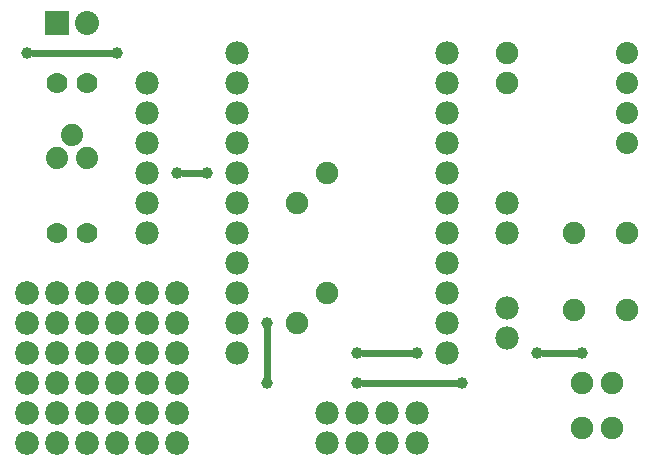
<source format=gtl>
G04 MADE WITH FRITZING*
G04 WWW.FRITZING.ORG*
G04 DOUBLE SIDED*
G04 HOLES PLATED*
G04 CONTOUR ON CENTER OF CONTOUR VECTOR*
%ASAXBY*%
%FSLAX23Y23*%
%MOIN*%
%OFA0B0*%
%SFA1.0B1.0*%
%ADD10C,0.039370*%
%ADD11C,0.078000*%
%ADD12C,0.075000*%
%ADD13C,0.070000*%
%ADD14C,0.080000*%
%ADD15C,0.073889*%
%ADD16C,0.074000*%
%ADD17C,0.079370*%
%ADD18R,0.080000X0.080000*%
%ADD19C,0.024000*%
%LNCOPPER1*%
G90*
G70*
G54D10*
X574Y1071D03*
X674Y1071D03*
G54D11*
X1374Y171D03*
X1274Y171D03*
X1174Y171D03*
X1074Y171D03*
X1374Y271D03*
X1274Y271D03*
X1174Y271D03*
X1074Y271D03*
G54D12*
X1074Y1071D03*
X1074Y671D03*
X974Y971D03*
X974Y571D03*
G54D10*
X1374Y471D03*
X1174Y471D03*
X874Y571D03*
X874Y371D03*
G54D13*
X174Y1371D03*
X274Y1371D03*
X174Y871D03*
X274Y871D03*
G54D14*
X174Y1571D03*
X274Y1571D03*
G54D15*
X2074Y1171D03*
X2074Y1271D03*
X2074Y1371D03*
X2074Y1471D03*
G54D16*
X274Y1121D03*
X224Y1196D03*
X174Y1121D03*
X274Y1121D03*
X224Y1196D03*
X174Y1121D03*
G54D11*
X1474Y1471D03*
X1474Y1371D03*
X1474Y1271D03*
X1474Y1171D03*
X1474Y1071D03*
X1474Y971D03*
X1474Y871D03*
X1474Y771D03*
X1474Y671D03*
X1474Y571D03*
X1474Y471D03*
X474Y1371D03*
X474Y1271D03*
X474Y1171D03*
X474Y1071D03*
X474Y971D03*
X474Y871D03*
X1674Y971D03*
X1674Y871D03*
G54D12*
X1674Y1371D03*
X1674Y1471D03*
X2074Y871D03*
X2074Y615D03*
X1896Y871D03*
X1896Y615D03*
G54D10*
X74Y1471D03*
X374Y1471D03*
G54D11*
X774Y1471D03*
X774Y1371D03*
X774Y1271D03*
X774Y1171D03*
X774Y1071D03*
X774Y971D03*
X774Y871D03*
X774Y771D03*
X774Y671D03*
X774Y571D03*
X774Y471D03*
G54D17*
X574Y671D03*
X474Y671D03*
X374Y671D03*
X274Y671D03*
X174Y671D03*
X74Y671D03*
X574Y571D03*
X474Y571D03*
X374Y571D03*
X274Y571D03*
X174Y571D03*
X74Y571D03*
X574Y471D03*
X474Y471D03*
X374Y471D03*
X274Y471D03*
X174Y471D03*
X74Y471D03*
X574Y371D03*
X474Y371D03*
X374Y371D03*
X274Y371D03*
X174Y371D03*
X74Y371D03*
X574Y271D03*
X474Y271D03*
X374Y271D03*
X274Y271D03*
X174Y271D03*
X74Y271D03*
X574Y171D03*
X474Y171D03*
X374Y171D03*
X274Y171D03*
X174Y171D03*
X74Y171D03*
G54D12*
X1924Y371D03*
X2024Y371D03*
X1924Y221D03*
X2024Y221D03*
G54D11*
X1674Y621D03*
X1674Y521D03*
G54D10*
X1523Y372D03*
X1174Y372D03*
X1774Y471D03*
X1924Y471D03*
G54D18*
X174Y1571D03*
G54D19*
X593Y1071D02*
X655Y1071D01*
D02*
X1355Y471D02*
X1193Y471D01*
D02*
X874Y552D02*
X874Y390D01*
D02*
X355Y1471D02*
X93Y1471D01*
D02*
X1504Y372D02*
X1193Y372D01*
D02*
X1793Y471D02*
X1905Y471D01*
G04 End of Copper1*
M02*
</source>
